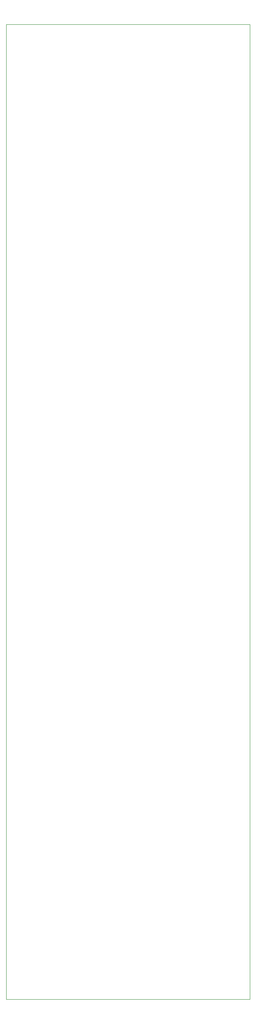
<source format=gbr>
G04 #@! TF.GenerationSoftware,KiCad,Pcbnew,(5.1.9)-1*
G04 #@! TF.CreationDate,2021-08-22T22:13:52+01:00*
G04 #@! TF.ProjectId,Simple Mixer Front Panel,53696d70-6c65-4204-9d69-786572204672,rev?*
G04 #@! TF.SameCoordinates,Original*
G04 #@! TF.FileFunction,Profile,NP*
%FSLAX46Y46*%
G04 Gerber Fmt 4.6, Leading zero omitted, Abs format (unit mm)*
G04 Created by KiCad (PCBNEW (5.1.9)-1) date 2021-08-22 22:13:52*
%MOMM*%
%LPD*%
G01*
G04 APERTURE LIST*
G04 #@! TA.AperFunction,Profile*
%ADD10C,0.100000*%
G04 #@! TD*
G04 APERTURE END LIST*
D10*
X66100000Y-7600000D02*
X16100000Y-7600000D01*
X66100000Y-207600000D02*
X66100000Y-7600000D01*
X16100000Y-207600000D02*
X66100000Y-207600000D01*
X16100000Y-7600000D02*
X16100000Y-207600000D01*
M02*

</source>
